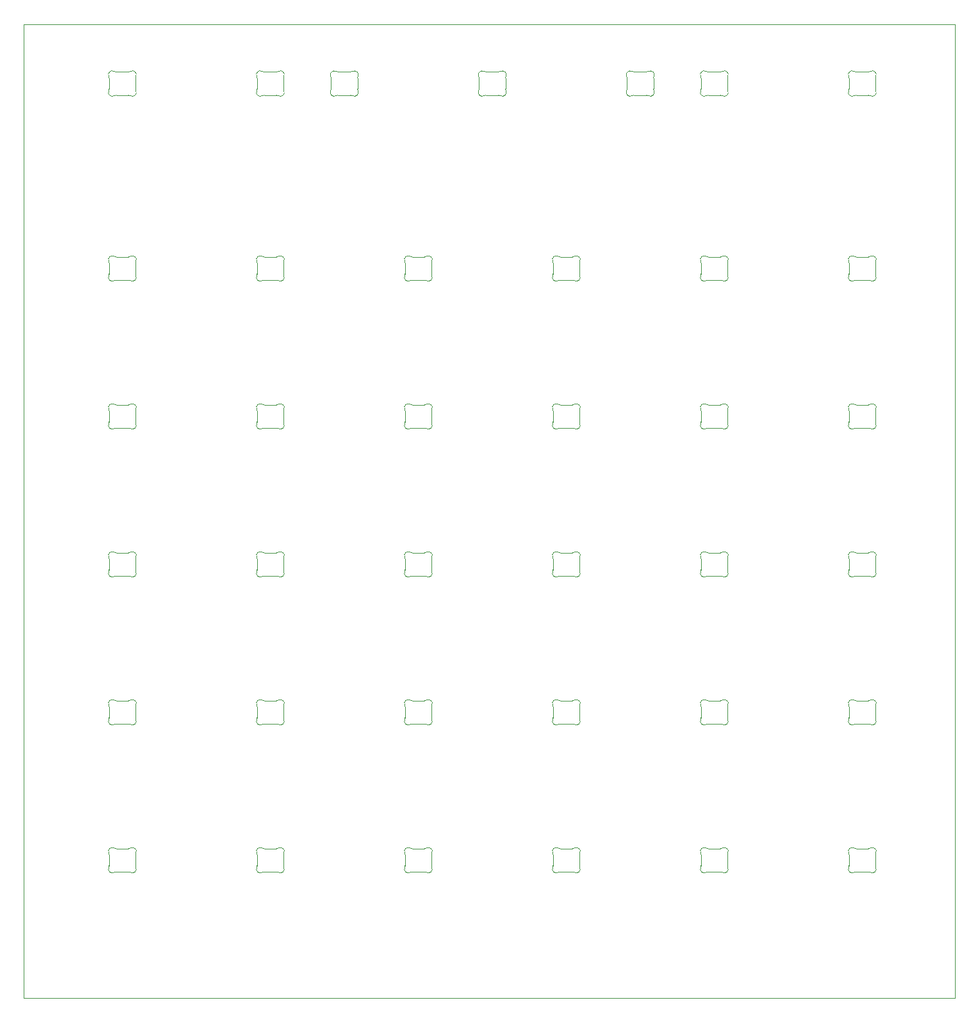
<source format=gm1>
%TF.GenerationSoftware,KiCad,Pcbnew,7.0.7*%
%TF.CreationDate,2023-11-21T20:39:45+01:00*%
%TF.ProjectId,tekskey-v2-molten,74656b73-6b65-4792-9d76-322d6d6f6c74,rev?*%
%TF.SameCoordinates,Original*%
%TF.FileFunction,Profile,NP*%
%FSLAX46Y46*%
G04 Gerber Fmt 4.6, Leading zero omitted, Abs format (unit mm)*
G04 Created by KiCad (PCBNEW 7.0.7) date 2023-11-21 20:39:45*
%MOMM*%
%LPD*%
G01*
G04 APERTURE LIST*
%TA.AperFunction,Profile*%
%ADD10C,0.100000*%
%TD*%
G04 APERTURE END LIST*
D10*
X28575000Y-44450000D02*
X148431250Y-44450000D01*
X148431250Y-169862500D01*
X28575000Y-169862500D01*
X28575000Y-44450000D01*
X62024999Y-152785343D02*
X62024999Y-151379659D01*
X61119452Y-150582501D02*
X59530548Y-150582501D01*
X59530548Y-153582500D02*
X61119453Y-153582500D01*
X58625001Y-151379659D02*
X58625001Y-152785343D01*
X62025000Y-152785344D02*
G75*
G03*
X62074485Y-153002221I499989J-1D01*
G01*
X61371711Y-153650799D02*
G75*
G03*
X62074483Y-153002221I252258J431700D01*
G01*
X62074484Y-151162781D02*
G75*
G03*
X62024999Y-151379659I450505J-216876D01*
G01*
X62074483Y-151162782D02*
G75*
G03*
X61371711Y-150514202I-450513J216880D01*
G01*
X61119452Y-150582501D02*
G75*
G03*
X61371711Y-150514202I-2J500009D01*
G01*
X61371711Y-153650799D02*
G75*
G03*
X61119453Y-153582500I-252261J-431710D01*
G01*
X59278290Y-150514203D02*
G75*
G03*
X59530548Y-150582501I252260J431713D01*
G01*
X59530547Y-153582501D02*
G75*
G03*
X59278289Y-153650800I3J-500009D01*
G01*
X58575516Y-153002221D02*
G75*
G03*
X59278289Y-153650800I450514J-216879D01*
G01*
X58575514Y-153002220D02*
G75*
G03*
X58625001Y-152785343I-450504J216880D01*
G01*
X59278289Y-150514204D02*
G75*
G03*
X58575516Y-151162781I-252258J-431700D01*
G01*
X58625014Y-151379658D02*
G75*
G03*
X58575515Y-151162781I-499614J58D01*
G01*
X109649999Y-52772841D02*
X109649999Y-51367157D01*
X108744452Y-50570000D02*
X107155547Y-50570000D01*
X107155548Y-53569999D02*
X108744452Y-53569999D01*
X106250001Y-51367157D02*
X106250001Y-52772841D01*
X109650000Y-52772842D02*
G75*
G03*
X109699485Y-52989719I499989J-1D01*
G01*
X108996711Y-53638296D02*
G75*
G03*
X109699484Y-52989719I252258J431700D01*
G01*
X109699484Y-51150279D02*
G75*
G03*
X109649999Y-51367157I450505J-216876D01*
G01*
X109699483Y-51150279D02*
G75*
G03*
X108996711Y-50501701I-450514J216878D01*
G01*
X108744453Y-50569999D02*
G75*
G03*
X108996711Y-50501700I-3J500009D01*
G01*
X108996710Y-53638298D02*
G75*
G03*
X108744452Y-53569999I-252261J-431710D01*
G01*
X106903289Y-50501701D02*
G75*
G03*
X107155547Y-50570000I252261J431711D01*
G01*
X107155548Y-53570000D02*
G75*
G03*
X106903289Y-53638299I2J-500010D01*
G01*
X106200519Y-52989720D02*
G75*
G03*
X106903289Y-53638297I450511J-216880D01*
G01*
X106200514Y-52989718D02*
G75*
G03*
X106250001Y-52772841I-450584J216898D01*
G01*
X106903289Y-50501702D02*
G75*
G03*
X106200516Y-51150279I-252258J-431700D01*
G01*
X106250001Y-51367156D02*
G75*
G03*
X106200515Y-51150279I-499301J156D01*
G01*
X119174999Y-95635341D02*
X119174999Y-94229657D01*
X118269452Y-93432500D02*
X116680547Y-93432500D01*
X116680548Y-96432499D02*
X118269452Y-96432499D01*
X115775001Y-94229657D02*
X115775001Y-95635341D01*
X119175000Y-95635342D02*
G75*
G03*
X119224485Y-95852219I499989J-1D01*
G01*
X118521711Y-96500796D02*
G75*
G03*
X119224484Y-95852219I252258J431700D01*
G01*
X119224484Y-94012779D02*
G75*
G03*
X119174999Y-94229657I450505J-216876D01*
G01*
X119224483Y-94012779D02*
G75*
G03*
X118521711Y-93364201I-450514J216878D01*
G01*
X118269453Y-93432499D02*
G75*
G03*
X118521711Y-93364200I-3J500009D01*
G01*
X118521710Y-96500798D02*
G75*
G03*
X118269452Y-96432499I-252261J-431710D01*
G01*
X116428289Y-93364201D02*
G75*
G03*
X116680547Y-93432500I252261J431711D01*
G01*
X116680548Y-96432500D02*
G75*
G03*
X116428289Y-96500799I2J-500010D01*
G01*
X115725519Y-95852220D02*
G75*
G03*
X116428289Y-96500797I450511J-216880D01*
G01*
X115725514Y-95852218D02*
G75*
G03*
X115775001Y-95635341I-450584J216898D01*
G01*
X116428289Y-93364202D02*
G75*
G03*
X115725516Y-94012779I-252258J-431700D01*
G01*
X115775001Y-94229656D02*
G75*
G03*
X115725515Y-94012779I-499301J156D01*
G01*
X81074999Y-76585343D02*
X81074999Y-75179659D01*
X80169452Y-74382501D02*
X78580548Y-74382501D01*
X78580548Y-77382500D02*
X80169453Y-77382500D01*
X77675001Y-75179659D02*
X77675001Y-76585343D01*
X81075000Y-76585344D02*
G75*
G03*
X81124485Y-76802221I499989J-1D01*
G01*
X80421711Y-77450799D02*
G75*
G03*
X81124483Y-76802221I252258J431700D01*
G01*
X81124484Y-74962781D02*
G75*
G03*
X81074999Y-75179659I450505J-216876D01*
G01*
X81124483Y-74962782D02*
G75*
G03*
X80421711Y-74314202I-450513J216880D01*
G01*
X80169452Y-74382501D02*
G75*
G03*
X80421711Y-74314202I-2J500009D01*
G01*
X80421711Y-77450799D02*
G75*
G03*
X80169453Y-77382500I-252261J-431710D01*
G01*
X78328290Y-74314203D02*
G75*
G03*
X78580548Y-74382501I252260J431713D01*
G01*
X78580547Y-77382501D02*
G75*
G03*
X78328289Y-77450800I3J-500009D01*
G01*
X77625516Y-76802221D02*
G75*
G03*
X78328289Y-77450800I450514J-216879D01*
G01*
X77625514Y-76802220D02*
G75*
G03*
X77675001Y-76585343I-450504J216880D01*
G01*
X78328289Y-74314204D02*
G75*
G03*
X77625516Y-74962781I-252258J-431700D01*
G01*
X77675014Y-75179658D02*
G75*
G03*
X77625515Y-74962781I-499614J58D01*
G01*
X100124999Y-133735341D02*
X100124999Y-132329657D01*
X99219452Y-131532500D02*
X97630547Y-131532500D01*
X97630548Y-134532499D02*
X99219452Y-134532499D01*
X96725001Y-132329657D02*
X96725001Y-133735341D01*
X100125000Y-133735342D02*
G75*
G03*
X100174485Y-133952219I499989J-1D01*
G01*
X99471711Y-134600796D02*
G75*
G03*
X100174484Y-133952219I252258J431700D01*
G01*
X100174484Y-132112779D02*
G75*
G03*
X100124999Y-132329657I450505J-216876D01*
G01*
X100174483Y-132112779D02*
G75*
G03*
X99471711Y-131464201I-450514J216878D01*
G01*
X99219453Y-131532499D02*
G75*
G03*
X99471711Y-131464200I-3J500009D01*
G01*
X99471710Y-134600798D02*
G75*
G03*
X99219452Y-134532499I-252261J-431710D01*
G01*
X97378289Y-131464201D02*
G75*
G03*
X97630547Y-131532500I252261J431711D01*
G01*
X97630548Y-134532500D02*
G75*
G03*
X97378289Y-134600799I2J-500010D01*
G01*
X96675519Y-133952220D02*
G75*
G03*
X97378289Y-134600797I450511J-216880D01*
G01*
X96675514Y-133952218D02*
G75*
G03*
X96725001Y-133735341I-450584J216898D01*
G01*
X97378289Y-131464202D02*
G75*
G03*
X96675516Y-132112779I-252258J-431700D01*
G01*
X96725001Y-132329656D02*
G75*
G03*
X96675515Y-132112779I-499301J156D01*
G01*
X138224999Y-133735341D02*
X138224999Y-132329657D01*
X137319452Y-131532500D02*
X135730547Y-131532500D01*
X135730548Y-134532499D02*
X137319452Y-134532499D01*
X134825001Y-132329657D02*
X134825001Y-133735341D01*
X138225000Y-133735342D02*
G75*
G03*
X138274485Y-133952219I499989J-1D01*
G01*
X137571711Y-134600796D02*
G75*
G03*
X138274484Y-133952219I252258J431700D01*
G01*
X138274484Y-132112779D02*
G75*
G03*
X138224999Y-132329657I450505J-216876D01*
G01*
X138274483Y-132112779D02*
G75*
G03*
X137571711Y-131464201I-450514J216878D01*
G01*
X137319453Y-131532499D02*
G75*
G03*
X137571711Y-131464200I-3J500009D01*
G01*
X137571710Y-134600798D02*
G75*
G03*
X137319452Y-134532499I-252261J-431710D01*
G01*
X135478289Y-131464201D02*
G75*
G03*
X135730547Y-131532500I252261J431711D01*
G01*
X135730548Y-134532500D02*
G75*
G03*
X135478289Y-134600799I2J-500010D01*
G01*
X134775519Y-133952220D02*
G75*
G03*
X135478289Y-134600797I450511J-216880D01*
G01*
X134775514Y-133952218D02*
G75*
G03*
X134825001Y-133735341I-450584J216898D01*
G01*
X135478289Y-131464202D02*
G75*
G03*
X134775516Y-132112779I-252258J-431700D01*
G01*
X134825001Y-132329656D02*
G75*
G03*
X134775515Y-132112779I-499301J156D01*
G01*
X138224999Y-152785343D02*
X138224999Y-151379659D01*
X137319452Y-150582501D02*
X135730548Y-150582501D01*
X135730548Y-153582500D02*
X137319453Y-153582500D01*
X134825001Y-151379659D02*
X134825001Y-152785343D01*
X138225000Y-152785344D02*
G75*
G03*
X138274485Y-153002221I499989J-1D01*
G01*
X137571711Y-153650799D02*
G75*
G03*
X138274483Y-153002221I252258J431700D01*
G01*
X138274484Y-151162781D02*
G75*
G03*
X138224999Y-151379659I450505J-216876D01*
G01*
X138274483Y-151162782D02*
G75*
G03*
X137571711Y-150514202I-450513J216880D01*
G01*
X137319452Y-150582501D02*
G75*
G03*
X137571711Y-150514202I-2J500009D01*
G01*
X137571711Y-153650799D02*
G75*
G03*
X137319453Y-153582500I-252261J-431710D01*
G01*
X135478290Y-150514203D02*
G75*
G03*
X135730548Y-150582501I252260J431713D01*
G01*
X135730547Y-153582501D02*
G75*
G03*
X135478289Y-153650800I3J-500009D01*
G01*
X134775516Y-153002221D02*
G75*
G03*
X135478289Y-153650800I450514J-216879D01*
G01*
X134775514Y-153002220D02*
G75*
G03*
X134825001Y-152785343I-450504J216880D01*
G01*
X135478289Y-150514204D02*
G75*
G03*
X134775516Y-151162781I-252258J-431700D01*
G01*
X134825014Y-151379658D02*
G75*
G03*
X134775515Y-151162781I-499614J58D01*
G01*
X100124999Y-152785343D02*
X100124999Y-151379659D01*
X99219452Y-150582501D02*
X97630548Y-150582501D01*
X97630548Y-153582500D02*
X99219453Y-153582500D01*
X96725001Y-151379659D02*
X96725001Y-152785343D01*
X100125000Y-152785344D02*
G75*
G03*
X100174485Y-153002221I499989J-1D01*
G01*
X99471711Y-153650799D02*
G75*
G03*
X100174483Y-153002221I252258J431700D01*
G01*
X100174484Y-151162781D02*
G75*
G03*
X100124999Y-151379659I450505J-216876D01*
G01*
X100174483Y-151162782D02*
G75*
G03*
X99471711Y-150514202I-450513J216880D01*
G01*
X99219452Y-150582501D02*
G75*
G03*
X99471711Y-150514202I-2J500009D01*
G01*
X99471711Y-153650799D02*
G75*
G03*
X99219453Y-153582500I-252261J-431710D01*
G01*
X97378290Y-150514203D02*
G75*
G03*
X97630548Y-150582501I252260J431713D01*
G01*
X97630547Y-153582501D02*
G75*
G03*
X97378289Y-153650800I3J-500009D01*
G01*
X96675516Y-153002221D02*
G75*
G03*
X97378289Y-153650800I450514J-216879D01*
G01*
X96675514Y-153002220D02*
G75*
G03*
X96725001Y-152785343I-450504J216880D01*
G01*
X97378289Y-150514204D02*
G75*
G03*
X96675516Y-151162781I-252258J-431700D01*
G01*
X96725014Y-151379658D02*
G75*
G03*
X96675515Y-151162781I-499614J58D01*
G01*
X138224999Y-76585343D02*
X138224999Y-75179659D01*
X137319452Y-74382501D02*
X135730548Y-74382501D01*
X135730548Y-77382500D02*
X137319453Y-77382500D01*
X134825001Y-75179659D02*
X134825001Y-76585343D01*
X138225000Y-76585344D02*
G75*
G03*
X138274485Y-76802221I499989J-1D01*
G01*
X137571711Y-77450799D02*
G75*
G03*
X138274483Y-76802221I252258J431700D01*
G01*
X138274484Y-74962781D02*
G75*
G03*
X138224999Y-75179659I450505J-216876D01*
G01*
X138274483Y-74962782D02*
G75*
G03*
X137571711Y-74314202I-450513J216880D01*
G01*
X137319452Y-74382501D02*
G75*
G03*
X137571711Y-74314202I-2J500009D01*
G01*
X137571711Y-77450799D02*
G75*
G03*
X137319453Y-77382500I-252261J-431710D01*
G01*
X135478290Y-74314203D02*
G75*
G03*
X135730548Y-74382501I252260J431713D01*
G01*
X135730547Y-77382501D02*
G75*
G03*
X135478289Y-77450800I3J-500009D01*
G01*
X134775516Y-76802221D02*
G75*
G03*
X135478289Y-77450800I450514J-216879D01*
G01*
X134775514Y-76802220D02*
G75*
G03*
X134825001Y-76585343I-450504J216880D01*
G01*
X135478289Y-74314204D02*
G75*
G03*
X134775516Y-74962781I-252258J-431700D01*
G01*
X134825014Y-75179658D02*
G75*
G03*
X134775515Y-74962781I-499614J58D01*
G01*
X81074999Y-152785343D02*
X81074999Y-151379659D01*
X80169452Y-150582501D02*
X78580548Y-150582501D01*
X78580548Y-153582500D02*
X80169453Y-153582500D01*
X77675001Y-151379659D02*
X77675001Y-152785343D01*
X81075000Y-152785344D02*
G75*
G03*
X81124485Y-153002221I499989J-1D01*
G01*
X80421711Y-153650799D02*
G75*
G03*
X81124483Y-153002221I252258J431700D01*
G01*
X81124484Y-151162781D02*
G75*
G03*
X81074999Y-151379659I450505J-216876D01*
G01*
X81124483Y-151162782D02*
G75*
G03*
X80421711Y-150514202I-450513J216880D01*
G01*
X80169452Y-150582501D02*
G75*
G03*
X80421711Y-150514202I-2J500009D01*
G01*
X80421711Y-153650799D02*
G75*
G03*
X80169453Y-153582500I-252261J-431710D01*
G01*
X78328290Y-150514203D02*
G75*
G03*
X78580548Y-150582501I252260J431713D01*
G01*
X78580547Y-153582501D02*
G75*
G03*
X78328289Y-153650800I3J-500009D01*
G01*
X77625516Y-153002221D02*
G75*
G03*
X78328289Y-153650800I450514J-216879D01*
G01*
X77625514Y-153002220D02*
G75*
G03*
X77675001Y-152785343I-450504J216880D01*
G01*
X78328289Y-150514204D02*
G75*
G03*
X77625516Y-151162781I-252258J-431700D01*
G01*
X77675014Y-151379658D02*
G75*
G03*
X77625515Y-151162781I-499614J58D01*
G01*
X71549999Y-52772841D02*
X71549999Y-51367157D01*
X70644452Y-50570000D02*
X69055547Y-50570000D01*
X69055548Y-53569999D02*
X70644452Y-53569999D01*
X68150001Y-51367157D02*
X68150001Y-52772841D01*
X71550000Y-52772842D02*
G75*
G03*
X71599485Y-52989719I499989J-1D01*
G01*
X70896711Y-53638296D02*
G75*
G03*
X71599484Y-52989719I252258J431700D01*
G01*
X71599484Y-51150279D02*
G75*
G03*
X71549999Y-51367157I450505J-216876D01*
G01*
X71599483Y-51150279D02*
G75*
G03*
X70896711Y-50501701I-450514J216878D01*
G01*
X70644453Y-50569999D02*
G75*
G03*
X70896711Y-50501700I-3J500009D01*
G01*
X70896710Y-53638298D02*
G75*
G03*
X70644452Y-53569999I-252261J-431710D01*
G01*
X68803289Y-50501701D02*
G75*
G03*
X69055547Y-50570000I252261J431711D01*
G01*
X69055548Y-53570000D02*
G75*
G03*
X68803289Y-53638299I2J-500010D01*
G01*
X68100519Y-52989720D02*
G75*
G03*
X68803289Y-53638297I450511J-216880D01*
G01*
X68100514Y-52989718D02*
G75*
G03*
X68150001Y-52772841I-450584J216898D01*
G01*
X68803289Y-50501702D02*
G75*
G03*
X68100516Y-51150279I-252258J-431700D01*
G01*
X68150001Y-51367156D02*
G75*
G03*
X68100515Y-51150279I-499301J156D01*
G01*
X138224999Y-52772841D02*
X138224999Y-51367157D01*
X137319452Y-50570000D02*
X135730547Y-50570000D01*
X135730548Y-53569999D02*
X137319452Y-53569999D01*
X134825001Y-51367157D02*
X134825001Y-52772841D01*
X138225000Y-52772842D02*
G75*
G03*
X138274485Y-52989719I499989J-1D01*
G01*
X137571711Y-53638296D02*
G75*
G03*
X138274484Y-52989719I252258J431700D01*
G01*
X138274484Y-51150279D02*
G75*
G03*
X138224999Y-51367157I450505J-216876D01*
G01*
X138274483Y-51150279D02*
G75*
G03*
X137571711Y-50501701I-450514J216878D01*
G01*
X137319453Y-50569999D02*
G75*
G03*
X137571711Y-50501700I-3J500009D01*
G01*
X137571710Y-53638298D02*
G75*
G03*
X137319452Y-53569999I-252261J-431710D01*
G01*
X135478289Y-50501701D02*
G75*
G03*
X135730547Y-50570000I252261J431711D01*
G01*
X135730548Y-53570000D02*
G75*
G03*
X135478289Y-53638299I2J-500010D01*
G01*
X134775519Y-52989720D02*
G75*
G03*
X135478289Y-53638297I450511J-216880D01*
G01*
X134775514Y-52989718D02*
G75*
G03*
X134825001Y-52772841I-450584J216898D01*
G01*
X135478289Y-50501702D02*
G75*
G03*
X134775516Y-51150279I-252258J-431700D01*
G01*
X134825001Y-51367156D02*
G75*
G03*
X134775515Y-51150279I-499301J156D01*
G01*
X100124999Y-114685343D02*
X100124999Y-113279659D01*
X99219452Y-112482501D02*
X97630548Y-112482501D01*
X97630548Y-115482500D02*
X99219453Y-115482500D01*
X96725001Y-113279659D02*
X96725001Y-114685343D01*
X100125000Y-114685344D02*
G75*
G03*
X100174485Y-114902221I499989J-1D01*
G01*
X99471711Y-115550799D02*
G75*
G03*
X100174483Y-114902221I252258J431700D01*
G01*
X100174484Y-113062781D02*
G75*
G03*
X100124999Y-113279659I450505J-216876D01*
G01*
X100174483Y-113062782D02*
G75*
G03*
X99471711Y-112414202I-450513J216880D01*
G01*
X99219452Y-112482501D02*
G75*
G03*
X99471711Y-112414202I-2J500009D01*
G01*
X99471711Y-115550799D02*
G75*
G03*
X99219453Y-115482500I-252261J-431710D01*
G01*
X97378290Y-112414203D02*
G75*
G03*
X97630548Y-112482501I252260J431713D01*
G01*
X97630547Y-115482501D02*
G75*
G03*
X97378289Y-115550800I3J-500009D01*
G01*
X96675516Y-114902221D02*
G75*
G03*
X97378289Y-115550800I450514J-216879D01*
G01*
X96675514Y-114902220D02*
G75*
G03*
X96725001Y-114685343I-450504J216880D01*
G01*
X97378289Y-112414204D02*
G75*
G03*
X96675516Y-113062781I-252258J-431700D01*
G01*
X96725014Y-113279658D02*
G75*
G03*
X96675515Y-113062781I-499614J58D01*
G01*
X100124999Y-95635341D02*
X100124999Y-94229657D01*
X99219452Y-93432500D02*
X97630547Y-93432500D01*
X97630548Y-96432499D02*
X99219452Y-96432499D01*
X96725001Y-94229657D02*
X96725001Y-95635341D01*
X100125000Y-95635342D02*
G75*
G03*
X100174485Y-95852219I499989J-1D01*
G01*
X99471711Y-96500796D02*
G75*
G03*
X100174484Y-95852219I252258J431700D01*
G01*
X100174484Y-94012779D02*
G75*
G03*
X100124999Y-94229657I450505J-216876D01*
G01*
X100174483Y-94012779D02*
G75*
G03*
X99471711Y-93364201I-450514J216878D01*
G01*
X99219453Y-93432499D02*
G75*
G03*
X99471711Y-93364200I-3J500009D01*
G01*
X99471710Y-96500798D02*
G75*
G03*
X99219452Y-96432499I-252261J-431710D01*
G01*
X97378289Y-93364201D02*
G75*
G03*
X97630547Y-93432500I252261J431711D01*
G01*
X97630548Y-96432500D02*
G75*
G03*
X97378289Y-96500799I2J-500010D01*
G01*
X96675519Y-95852220D02*
G75*
G03*
X97378289Y-96500797I450511J-216880D01*
G01*
X96675514Y-95852218D02*
G75*
G03*
X96725001Y-95635341I-450584J216898D01*
G01*
X97378289Y-93364202D02*
G75*
G03*
X96675516Y-94012779I-252258J-431700D01*
G01*
X96725001Y-94229656D02*
G75*
G03*
X96675515Y-94012779I-499301J156D01*
G01*
X81074999Y-133735341D02*
X81074999Y-132329657D01*
X80169452Y-131532500D02*
X78580547Y-131532500D01*
X78580548Y-134532499D02*
X80169452Y-134532499D01*
X77675001Y-132329657D02*
X77675001Y-133735341D01*
X81075000Y-133735342D02*
G75*
G03*
X81124485Y-133952219I499989J-1D01*
G01*
X80421711Y-134600796D02*
G75*
G03*
X81124484Y-133952219I252258J431700D01*
G01*
X81124484Y-132112779D02*
G75*
G03*
X81074999Y-132329657I450505J-216876D01*
G01*
X81124483Y-132112779D02*
G75*
G03*
X80421711Y-131464201I-450514J216878D01*
G01*
X80169453Y-131532499D02*
G75*
G03*
X80421711Y-131464200I-3J500009D01*
G01*
X80421710Y-134600798D02*
G75*
G03*
X80169452Y-134532499I-252261J-431710D01*
G01*
X78328289Y-131464201D02*
G75*
G03*
X78580547Y-131532500I252261J431711D01*
G01*
X78580548Y-134532500D02*
G75*
G03*
X78328289Y-134600799I2J-500010D01*
G01*
X77625519Y-133952220D02*
G75*
G03*
X78328289Y-134600797I450511J-216880D01*
G01*
X77625514Y-133952218D02*
G75*
G03*
X77675001Y-133735341I-450584J216898D01*
G01*
X78328289Y-131464202D02*
G75*
G03*
X77625516Y-132112779I-252258J-431700D01*
G01*
X77675001Y-132329656D02*
G75*
G03*
X77625515Y-132112779I-499301J156D01*
G01*
X42974999Y-76585343D02*
X42974999Y-75179659D01*
X42069452Y-74382501D02*
X40480548Y-74382501D01*
X40480548Y-77382500D02*
X42069453Y-77382500D01*
X39575001Y-75179659D02*
X39575001Y-76585343D01*
X42975000Y-76585344D02*
G75*
G03*
X43024485Y-76802221I499989J-1D01*
G01*
X42321711Y-77450799D02*
G75*
G03*
X43024483Y-76802221I252258J431700D01*
G01*
X43024484Y-74962781D02*
G75*
G03*
X42974999Y-75179659I450505J-216876D01*
G01*
X43024483Y-74962782D02*
G75*
G03*
X42321711Y-74314202I-450513J216880D01*
G01*
X42069452Y-74382501D02*
G75*
G03*
X42321711Y-74314202I-2J500009D01*
G01*
X42321711Y-77450799D02*
G75*
G03*
X42069453Y-77382500I-252261J-431710D01*
G01*
X40228290Y-74314203D02*
G75*
G03*
X40480548Y-74382501I252260J431713D01*
G01*
X40480547Y-77382501D02*
G75*
G03*
X40228289Y-77450800I3J-500009D01*
G01*
X39525516Y-76802221D02*
G75*
G03*
X40228289Y-77450800I450514J-216879D01*
G01*
X39525514Y-76802220D02*
G75*
G03*
X39575001Y-76585343I-450504J216880D01*
G01*
X40228289Y-74314204D02*
G75*
G03*
X39525516Y-74962781I-252258J-431700D01*
G01*
X39575014Y-75179658D02*
G75*
G03*
X39525515Y-74962781I-499614J58D01*
G01*
X81074999Y-95635341D02*
X81074999Y-94229657D01*
X80169452Y-93432500D02*
X78580547Y-93432500D01*
X78580548Y-96432499D02*
X80169452Y-96432499D01*
X77675001Y-94229657D02*
X77675001Y-95635341D01*
X81075000Y-95635342D02*
G75*
G03*
X81124485Y-95852219I499989J-1D01*
G01*
X80421711Y-96500796D02*
G75*
G03*
X81124484Y-95852219I252258J431700D01*
G01*
X81124484Y-94012779D02*
G75*
G03*
X81074999Y-94229657I450505J-216876D01*
G01*
X81124483Y-94012779D02*
G75*
G03*
X80421711Y-93364201I-450514J216878D01*
G01*
X80169453Y-93432499D02*
G75*
G03*
X80421711Y-93364200I-3J500009D01*
G01*
X80421710Y-96500798D02*
G75*
G03*
X80169452Y-96432499I-252261J-431710D01*
G01*
X78328289Y-93364201D02*
G75*
G03*
X78580547Y-93432500I252261J431711D01*
G01*
X78580548Y-96432500D02*
G75*
G03*
X78328289Y-96500799I2J-500010D01*
G01*
X77625519Y-95852220D02*
G75*
G03*
X78328289Y-96500797I450511J-216880D01*
G01*
X77625514Y-95852218D02*
G75*
G03*
X77675001Y-95635341I-450584J216898D01*
G01*
X78328289Y-93364202D02*
G75*
G03*
X77625516Y-94012779I-252258J-431700D01*
G01*
X77675001Y-94229656D02*
G75*
G03*
X77625515Y-94012779I-499301J156D01*
G01*
X100124999Y-76585343D02*
X100124999Y-75179659D01*
X99219452Y-74382501D02*
X97630548Y-74382501D01*
X97630548Y-77382500D02*
X99219453Y-77382500D01*
X96725001Y-75179659D02*
X96725001Y-76585343D01*
X100125000Y-76585344D02*
G75*
G03*
X100174485Y-76802221I499989J-1D01*
G01*
X99471711Y-77450799D02*
G75*
G03*
X100174483Y-76802221I252258J431700D01*
G01*
X100174484Y-74962781D02*
G75*
G03*
X100124999Y-75179659I450505J-216876D01*
G01*
X100174483Y-74962782D02*
G75*
G03*
X99471711Y-74314202I-450513J216880D01*
G01*
X99219452Y-74382501D02*
G75*
G03*
X99471711Y-74314202I-2J500009D01*
G01*
X99471711Y-77450799D02*
G75*
G03*
X99219453Y-77382500I-252261J-431710D01*
G01*
X97378290Y-74314203D02*
G75*
G03*
X97630548Y-74382501I252260J431713D01*
G01*
X97630547Y-77382501D02*
G75*
G03*
X97378289Y-77450800I3J-500009D01*
G01*
X96675516Y-76802221D02*
G75*
G03*
X97378289Y-77450800I450514J-216879D01*
G01*
X96675514Y-76802220D02*
G75*
G03*
X96725001Y-76585343I-450504J216880D01*
G01*
X97378289Y-74314204D02*
G75*
G03*
X96675516Y-74962781I-252258J-431700D01*
G01*
X96725014Y-75179658D02*
G75*
G03*
X96675515Y-74962781I-499614J58D01*
G01*
X42974999Y-114685343D02*
X42974999Y-113279659D01*
X42069452Y-112482501D02*
X40480548Y-112482501D01*
X40480548Y-115482500D02*
X42069453Y-115482500D01*
X39575001Y-113279659D02*
X39575001Y-114685343D01*
X42975000Y-114685344D02*
G75*
G03*
X43024485Y-114902221I499989J-1D01*
G01*
X42321711Y-115550799D02*
G75*
G03*
X43024483Y-114902221I252258J431700D01*
G01*
X43024484Y-113062781D02*
G75*
G03*
X42974999Y-113279659I450505J-216876D01*
G01*
X43024483Y-113062782D02*
G75*
G03*
X42321711Y-112414202I-450513J216880D01*
G01*
X42069452Y-112482501D02*
G75*
G03*
X42321711Y-112414202I-2J500009D01*
G01*
X42321711Y-115550799D02*
G75*
G03*
X42069453Y-115482500I-252261J-431710D01*
G01*
X40228290Y-112414203D02*
G75*
G03*
X40480548Y-112482501I252260J431713D01*
G01*
X40480547Y-115482501D02*
G75*
G03*
X40228289Y-115550800I3J-500009D01*
G01*
X39525516Y-114902221D02*
G75*
G03*
X40228289Y-115550800I450514J-216879D01*
G01*
X39525514Y-114902220D02*
G75*
G03*
X39575001Y-114685343I-450504J216880D01*
G01*
X40228289Y-112414204D02*
G75*
G03*
X39525516Y-113062781I-252258J-431700D01*
G01*
X39575014Y-113279658D02*
G75*
G03*
X39525515Y-113062781I-499614J58D01*
G01*
X42974999Y-133735341D02*
X42974999Y-132329657D01*
X42069452Y-131532500D02*
X40480547Y-131532500D01*
X40480548Y-134532499D02*
X42069452Y-134532499D01*
X39575001Y-132329657D02*
X39575001Y-133735341D01*
X42975000Y-133735342D02*
G75*
G03*
X43024485Y-133952219I499989J-1D01*
G01*
X42321711Y-134600796D02*
G75*
G03*
X43024484Y-133952219I252258J431700D01*
G01*
X43024484Y-132112779D02*
G75*
G03*
X42974999Y-132329657I450505J-216876D01*
G01*
X43024483Y-132112779D02*
G75*
G03*
X42321711Y-131464201I-450514J216878D01*
G01*
X42069453Y-131532499D02*
G75*
G03*
X42321711Y-131464200I-3J500009D01*
G01*
X42321710Y-134600798D02*
G75*
G03*
X42069452Y-134532499I-252261J-431710D01*
G01*
X40228289Y-131464201D02*
G75*
G03*
X40480547Y-131532500I252261J431711D01*
G01*
X40480548Y-134532500D02*
G75*
G03*
X40228289Y-134600799I2J-500010D01*
G01*
X39525519Y-133952220D02*
G75*
G03*
X40228289Y-134600797I450511J-216880D01*
G01*
X39525514Y-133952218D02*
G75*
G03*
X39575001Y-133735341I-450584J216898D01*
G01*
X40228289Y-131464202D02*
G75*
G03*
X39525516Y-132112779I-252258J-431700D01*
G01*
X39575001Y-132329656D02*
G75*
G03*
X39525515Y-132112779I-499301J156D01*
G01*
X81074999Y-114685343D02*
X81074999Y-113279659D01*
X80169452Y-112482501D02*
X78580548Y-112482501D01*
X78580548Y-115482500D02*
X80169453Y-115482500D01*
X77675001Y-113279659D02*
X77675001Y-114685343D01*
X81075000Y-114685344D02*
G75*
G03*
X81124485Y-114902221I499989J-1D01*
G01*
X80421711Y-115550799D02*
G75*
G03*
X81124483Y-114902221I252258J431700D01*
G01*
X81124484Y-113062781D02*
G75*
G03*
X81074999Y-113279659I450505J-216876D01*
G01*
X81124483Y-113062782D02*
G75*
G03*
X80421711Y-112414202I-450513J216880D01*
G01*
X80169452Y-112482501D02*
G75*
G03*
X80421711Y-112414202I-2J500009D01*
G01*
X80421711Y-115550799D02*
G75*
G03*
X80169453Y-115482500I-252261J-431710D01*
G01*
X78328290Y-112414203D02*
G75*
G03*
X78580548Y-112482501I252260J431713D01*
G01*
X78580547Y-115482501D02*
G75*
G03*
X78328289Y-115550800I3J-500009D01*
G01*
X77625516Y-114902221D02*
G75*
G03*
X78328289Y-115550800I450514J-216879D01*
G01*
X77625514Y-114902220D02*
G75*
G03*
X77675001Y-114685343I-450504J216880D01*
G01*
X78328289Y-112414204D02*
G75*
G03*
X77625516Y-113062781I-252258J-431700D01*
G01*
X77675014Y-113279658D02*
G75*
G03*
X77625515Y-113062781I-499614J58D01*
G01*
X119174999Y-52772841D02*
X119174999Y-51367157D01*
X118269452Y-50570000D02*
X116680547Y-50570000D01*
X116680548Y-53569999D02*
X118269452Y-53569999D01*
X115775001Y-51367157D02*
X115775001Y-52772841D01*
X119175000Y-52772842D02*
G75*
G03*
X119224485Y-52989719I499989J-1D01*
G01*
X118521711Y-53638296D02*
G75*
G03*
X119224484Y-52989719I252258J431700D01*
G01*
X119224484Y-51150279D02*
G75*
G03*
X119174999Y-51367157I450505J-216876D01*
G01*
X119224483Y-51150279D02*
G75*
G03*
X118521711Y-50501701I-450514J216878D01*
G01*
X118269453Y-50569999D02*
G75*
G03*
X118521711Y-50501700I-3J500009D01*
G01*
X118521710Y-53638298D02*
G75*
G03*
X118269452Y-53569999I-252261J-431710D01*
G01*
X116428289Y-50501701D02*
G75*
G03*
X116680547Y-50570000I252261J431711D01*
G01*
X116680548Y-53570000D02*
G75*
G03*
X116428289Y-53638299I2J-500010D01*
G01*
X115725519Y-52989720D02*
G75*
G03*
X116428289Y-53638297I450511J-216880D01*
G01*
X115725514Y-52989718D02*
G75*
G03*
X115775001Y-52772841I-450584J216898D01*
G01*
X116428289Y-50501702D02*
G75*
G03*
X115725516Y-51150279I-252258J-431700D01*
G01*
X115775001Y-51367156D02*
G75*
G03*
X115725515Y-51150279I-499301J156D01*
G01*
X42974999Y-52772841D02*
X42974999Y-51367157D01*
X42069452Y-50570000D02*
X40480547Y-50570000D01*
X40480548Y-53569999D02*
X42069452Y-53569999D01*
X39575001Y-51367157D02*
X39575001Y-52772841D01*
X42975000Y-52772842D02*
G75*
G03*
X43024485Y-52989719I499989J-1D01*
G01*
X42321711Y-53638296D02*
G75*
G03*
X43024484Y-52989719I252258J431700D01*
G01*
X43024484Y-51150279D02*
G75*
G03*
X42974999Y-51367157I450505J-216876D01*
G01*
X43024483Y-51150279D02*
G75*
G03*
X42321711Y-50501701I-450514J216878D01*
G01*
X42069453Y-50569999D02*
G75*
G03*
X42321711Y-50501700I-3J500009D01*
G01*
X42321710Y-53638298D02*
G75*
G03*
X42069452Y-53569999I-252261J-431710D01*
G01*
X40228289Y-50501701D02*
G75*
G03*
X40480547Y-50570000I252261J431711D01*
G01*
X40480548Y-53570000D02*
G75*
G03*
X40228289Y-53638299I2J-500010D01*
G01*
X39525519Y-52989720D02*
G75*
G03*
X40228289Y-53638297I450511J-216880D01*
G01*
X39525514Y-52989718D02*
G75*
G03*
X39575001Y-52772841I-450584J216898D01*
G01*
X40228289Y-50501702D02*
G75*
G03*
X39525516Y-51150279I-252258J-431700D01*
G01*
X39575001Y-51367156D02*
G75*
G03*
X39525515Y-51150279I-499301J156D01*
G01*
X62024999Y-52772841D02*
X62024999Y-51367157D01*
X61119452Y-50570000D02*
X59530547Y-50570000D01*
X59530548Y-53569999D02*
X61119452Y-53569999D01*
X58625001Y-51367157D02*
X58625001Y-52772841D01*
X62025000Y-52772842D02*
G75*
G03*
X62074485Y-52989719I499989J-1D01*
G01*
X61371711Y-53638296D02*
G75*
G03*
X62074484Y-52989719I252258J431700D01*
G01*
X62074484Y-51150279D02*
G75*
G03*
X62024999Y-51367157I450505J-216876D01*
G01*
X62074483Y-51150279D02*
G75*
G03*
X61371711Y-50501701I-450514J216878D01*
G01*
X61119453Y-50569999D02*
G75*
G03*
X61371711Y-50501700I-3J500009D01*
G01*
X61371710Y-53638298D02*
G75*
G03*
X61119452Y-53569999I-252261J-431710D01*
G01*
X59278289Y-50501701D02*
G75*
G03*
X59530547Y-50570000I252261J431711D01*
G01*
X59530548Y-53570000D02*
G75*
G03*
X59278289Y-53638299I2J-500010D01*
G01*
X58575519Y-52989720D02*
G75*
G03*
X59278289Y-53638297I450511J-216880D01*
G01*
X58575514Y-52989718D02*
G75*
G03*
X58625001Y-52772841I-450584J216898D01*
G01*
X59278289Y-50501702D02*
G75*
G03*
X58575516Y-51150279I-252258J-431700D01*
G01*
X58625001Y-51367156D02*
G75*
G03*
X58575515Y-51150279I-499301J156D01*
G01*
X90599999Y-52772841D02*
X90599999Y-51367157D01*
X89694452Y-50570000D02*
X88105547Y-50570000D01*
X88105548Y-53569999D02*
X89694452Y-53569999D01*
X87200001Y-51367157D02*
X87200001Y-52772841D01*
X90600000Y-52772842D02*
G75*
G03*
X90649485Y-52989719I499989J-1D01*
G01*
X89946711Y-53638296D02*
G75*
G03*
X90649484Y-52989719I252258J431700D01*
G01*
X90649484Y-51150279D02*
G75*
G03*
X90599999Y-51367157I450505J-216876D01*
G01*
X90649483Y-51150279D02*
G75*
G03*
X89946711Y-50501701I-450514J216878D01*
G01*
X89694453Y-50569999D02*
G75*
G03*
X89946711Y-50501700I-3J500009D01*
G01*
X89946710Y-53638298D02*
G75*
G03*
X89694452Y-53569999I-252261J-431710D01*
G01*
X87853289Y-50501701D02*
G75*
G03*
X88105547Y-50570000I252261J431711D01*
G01*
X88105548Y-53570000D02*
G75*
G03*
X87853289Y-53638299I2J-500010D01*
G01*
X87150519Y-52989720D02*
G75*
G03*
X87853289Y-53638297I450511J-216880D01*
G01*
X87150514Y-52989718D02*
G75*
G03*
X87200001Y-52772841I-450584J216898D01*
G01*
X87853289Y-50501702D02*
G75*
G03*
X87150516Y-51150279I-252258J-431700D01*
G01*
X87200001Y-51367156D02*
G75*
G03*
X87150515Y-51150279I-499301J156D01*
G01*
X62024999Y-76585343D02*
X62024999Y-75179659D01*
X61119452Y-74382501D02*
X59530548Y-74382501D01*
X59530548Y-77382500D02*
X61119453Y-77382500D01*
X58625001Y-75179659D02*
X58625001Y-76585343D01*
X62025000Y-76585344D02*
G75*
G03*
X62074485Y-76802221I499989J-1D01*
G01*
X61371711Y-77450799D02*
G75*
G03*
X62074483Y-76802221I252258J431700D01*
G01*
X62074484Y-74962781D02*
G75*
G03*
X62024999Y-75179659I450505J-216876D01*
G01*
X62074483Y-74962782D02*
G75*
G03*
X61371711Y-74314202I-450513J216880D01*
G01*
X61119452Y-74382501D02*
G75*
G03*
X61371711Y-74314202I-2J500009D01*
G01*
X61371711Y-77450799D02*
G75*
G03*
X61119453Y-77382500I-252261J-431710D01*
G01*
X59278290Y-74314203D02*
G75*
G03*
X59530548Y-74382501I252260J431713D01*
G01*
X59530547Y-77382501D02*
G75*
G03*
X59278289Y-77450800I3J-500009D01*
G01*
X58575516Y-76802221D02*
G75*
G03*
X59278289Y-77450800I450514J-216879D01*
G01*
X58575514Y-76802220D02*
G75*
G03*
X58625001Y-76585343I-450504J216880D01*
G01*
X59278289Y-74314204D02*
G75*
G03*
X58575516Y-74962781I-252258J-431700D01*
G01*
X58625014Y-75179658D02*
G75*
G03*
X58575515Y-74962781I-499614J58D01*
G01*
X119174999Y-76585343D02*
X119174999Y-75179659D01*
X118269452Y-74382501D02*
X116680548Y-74382501D01*
X116680548Y-77382500D02*
X118269453Y-77382500D01*
X115775001Y-75179659D02*
X115775001Y-76585343D01*
X119175000Y-76585344D02*
G75*
G03*
X119224485Y-76802221I499989J-1D01*
G01*
X118521711Y-77450799D02*
G75*
G03*
X119224483Y-76802221I252258J431700D01*
G01*
X119224484Y-74962781D02*
G75*
G03*
X119174999Y-75179659I450505J-216876D01*
G01*
X119224483Y-74962782D02*
G75*
G03*
X118521711Y-74314202I-450513J216880D01*
G01*
X118269452Y-74382501D02*
G75*
G03*
X118521711Y-74314202I-2J500009D01*
G01*
X118521711Y-77450799D02*
G75*
G03*
X118269453Y-77382500I-252261J-431710D01*
G01*
X116428290Y-74314203D02*
G75*
G03*
X116680548Y-74382501I252260J431713D01*
G01*
X116680547Y-77382501D02*
G75*
G03*
X116428289Y-77450800I3J-500009D01*
G01*
X115725516Y-76802221D02*
G75*
G03*
X116428289Y-77450800I450514J-216879D01*
G01*
X115725514Y-76802220D02*
G75*
G03*
X115775001Y-76585343I-450504J216880D01*
G01*
X116428289Y-74314204D02*
G75*
G03*
X115725516Y-74962781I-252258J-431700D01*
G01*
X115775014Y-75179658D02*
G75*
G03*
X115725515Y-74962781I-499614J58D01*
G01*
X119174999Y-152785343D02*
X119174999Y-151379659D01*
X118269452Y-150582501D02*
X116680548Y-150582501D01*
X116680548Y-153582500D02*
X118269453Y-153582500D01*
X115775001Y-151379659D02*
X115775001Y-152785343D01*
X119175000Y-152785344D02*
G75*
G03*
X119224485Y-153002221I499989J-1D01*
G01*
X118521711Y-153650799D02*
G75*
G03*
X119224483Y-153002221I252258J431700D01*
G01*
X119224484Y-151162781D02*
G75*
G03*
X119174999Y-151379659I450505J-216876D01*
G01*
X119224483Y-151162782D02*
G75*
G03*
X118521711Y-150514202I-450513J216880D01*
G01*
X118269452Y-150582501D02*
G75*
G03*
X118521711Y-150514202I-2J500009D01*
G01*
X118521711Y-153650799D02*
G75*
G03*
X118269453Y-153582500I-252261J-431710D01*
G01*
X116428290Y-150514203D02*
G75*
G03*
X116680548Y-150582501I252260J431713D01*
G01*
X116680547Y-153582501D02*
G75*
G03*
X116428289Y-153650800I3J-500009D01*
G01*
X115725516Y-153002221D02*
G75*
G03*
X116428289Y-153650800I450514J-216879D01*
G01*
X115725514Y-153002220D02*
G75*
G03*
X115775001Y-152785343I-450504J216880D01*
G01*
X116428289Y-150514204D02*
G75*
G03*
X115725516Y-151162781I-252258J-431700D01*
G01*
X115775014Y-151379658D02*
G75*
G03*
X115725515Y-151162781I-499614J58D01*
G01*
X62024999Y-95635341D02*
X62024999Y-94229657D01*
X61119452Y-93432500D02*
X59530547Y-93432500D01*
X59530548Y-96432499D02*
X61119452Y-96432499D01*
X58625001Y-94229657D02*
X58625001Y-95635341D01*
X62025000Y-95635342D02*
G75*
G03*
X62074485Y-95852219I499989J-1D01*
G01*
X61371711Y-96500796D02*
G75*
G03*
X62074484Y-95852219I252258J431700D01*
G01*
X62074484Y-94012779D02*
G75*
G03*
X62024999Y-94229657I450505J-216876D01*
G01*
X62074483Y-94012779D02*
G75*
G03*
X61371711Y-93364201I-450514J216878D01*
G01*
X61119453Y-93432499D02*
G75*
G03*
X61371711Y-93364200I-3J500009D01*
G01*
X61371710Y-96500798D02*
G75*
G03*
X61119452Y-96432499I-252261J-431710D01*
G01*
X59278289Y-93364201D02*
G75*
G03*
X59530547Y-93432500I252261J431711D01*
G01*
X59530548Y-96432500D02*
G75*
G03*
X59278289Y-96500799I2J-500010D01*
G01*
X58575519Y-95852220D02*
G75*
G03*
X59278289Y-96500797I450511J-216880D01*
G01*
X58575514Y-95852218D02*
G75*
G03*
X58625001Y-95635341I-450584J216898D01*
G01*
X59278289Y-93364202D02*
G75*
G03*
X58575516Y-94012779I-252258J-431700D01*
G01*
X58625001Y-94229656D02*
G75*
G03*
X58575515Y-94012779I-499301J156D01*
G01*
X138224999Y-95635341D02*
X138224999Y-94229657D01*
X137319452Y-93432500D02*
X135730547Y-93432500D01*
X135730548Y-96432499D02*
X137319452Y-96432499D01*
X134825001Y-94229657D02*
X134825001Y-95635341D01*
X138225000Y-95635342D02*
G75*
G03*
X138274485Y-95852219I499989J-1D01*
G01*
X137571711Y-96500796D02*
G75*
G03*
X138274484Y-95852219I252258J431700D01*
G01*
X138274484Y-94012779D02*
G75*
G03*
X138224999Y-94229657I450505J-216876D01*
G01*
X138274483Y-94012779D02*
G75*
G03*
X137571711Y-93364201I-450514J216878D01*
G01*
X137319453Y-93432499D02*
G75*
G03*
X137571711Y-93364200I-3J500009D01*
G01*
X137571710Y-96500798D02*
G75*
G03*
X137319452Y-96432499I-252261J-431710D01*
G01*
X135478289Y-93364201D02*
G75*
G03*
X135730547Y-93432500I252261J431711D01*
G01*
X135730548Y-96432500D02*
G75*
G03*
X135478289Y-96500799I2J-500010D01*
G01*
X134775519Y-95852220D02*
G75*
G03*
X135478289Y-96500797I450511J-216880D01*
G01*
X134775514Y-95852218D02*
G75*
G03*
X134825001Y-95635341I-450584J216898D01*
G01*
X135478289Y-93364202D02*
G75*
G03*
X134775516Y-94012779I-252258J-431700D01*
G01*
X134825001Y-94229656D02*
G75*
G03*
X134775515Y-94012779I-499301J156D01*
G01*
X62024999Y-114685343D02*
X62024999Y-113279659D01*
X61119452Y-112482501D02*
X59530548Y-112482501D01*
X59530548Y-115482500D02*
X61119453Y-115482500D01*
X58625001Y-113279659D02*
X58625001Y-114685343D01*
X62025000Y-114685344D02*
G75*
G03*
X62074485Y-114902221I499989J-1D01*
G01*
X61371711Y-115550799D02*
G75*
G03*
X62074483Y-114902221I252258J431700D01*
G01*
X62074484Y-113062781D02*
G75*
G03*
X62024999Y-113279659I450505J-216876D01*
G01*
X62074483Y-113062782D02*
G75*
G03*
X61371711Y-112414202I-450513J216880D01*
G01*
X61119452Y-112482501D02*
G75*
G03*
X61371711Y-112414202I-2J500009D01*
G01*
X61371711Y-115550799D02*
G75*
G03*
X61119453Y-115482500I-252261J-431710D01*
G01*
X59278290Y-112414203D02*
G75*
G03*
X59530548Y-112482501I252260J431713D01*
G01*
X59530547Y-115482501D02*
G75*
G03*
X59278289Y-115550800I3J-500009D01*
G01*
X58575516Y-114902221D02*
G75*
G03*
X59278289Y-115550800I450514J-216879D01*
G01*
X58575514Y-114902220D02*
G75*
G03*
X58625001Y-114685343I-450504J216880D01*
G01*
X59278289Y-112414204D02*
G75*
G03*
X58575516Y-113062781I-252258J-431700D01*
G01*
X58625014Y-113279658D02*
G75*
G03*
X58575515Y-113062781I-499614J58D01*
G01*
X42974999Y-152785343D02*
X42974999Y-151379659D01*
X42069452Y-150582501D02*
X40480548Y-150582501D01*
X40480548Y-153582500D02*
X42069453Y-153582500D01*
X39575001Y-151379659D02*
X39575001Y-152785343D01*
X42975000Y-152785344D02*
G75*
G03*
X43024485Y-153002221I499989J-1D01*
G01*
X42321711Y-153650799D02*
G75*
G03*
X43024483Y-153002221I252258J431700D01*
G01*
X43024484Y-151162781D02*
G75*
G03*
X42974999Y-151379659I450505J-216876D01*
G01*
X43024483Y-151162782D02*
G75*
G03*
X42321711Y-150514202I-450513J216880D01*
G01*
X42069452Y-150582501D02*
G75*
G03*
X42321711Y-150514202I-2J500009D01*
G01*
X42321711Y-153650799D02*
G75*
G03*
X42069453Y-153582500I-252261J-431710D01*
G01*
X40228290Y-150514203D02*
G75*
G03*
X40480548Y-150582501I252260J431713D01*
G01*
X40480547Y-153582501D02*
G75*
G03*
X40228289Y-153650800I3J-500009D01*
G01*
X39525516Y-153002221D02*
G75*
G03*
X40228289Y-153650800I450514J-216879D01*
G01*
X39525514Y-153002220D02*
G75*
G03*
X39575001Y-152785343I-450504J216880D01*
G01*
X40228289Y-150514204D02*
G75*
G03*
X39525516Y-151162781I-252258J-431700D01*
G01*
X39575014Y-151379658D02*
G75*
G03*
X39525515Y-151162781I-499614J58D01*
G01*
X119174999Y-133735341D02*
X119174999Y-132329657D01*
X118269452Y-131532500D02*
X116680547Y-131532500D01*
X116680548Y-134532499D02*
X118269452Y-134532499D01*
X115775001Y-132329657D02*
X115775001Y-133735341D01*
X119175000Y-133735342D02*
G75*
G03*
X119224485Y-133952219I499989J-1D01*
G01*
X118521711Y-134600796D02*
G75*
G03*
X119224484Y-133952219I252258J431700D01*
G01*
X119224484Y-132112779D02*
G75*
G03*
X119174999Y-132329657I450505J-216876D01*
G01*
X119224483Y-132112779D02*
G75*
G03*
X118521711Y-131464201I-450514J216878D01*
G01*
X118269453Y-131532499D02*
G75*
G03*
X118521711Y-131464200I-3J500009D01*
G01*
X118521710Y-134600798D02*
G75*
G03*
X118269452Y-134532499I-252261J-431710D01*
G01*
X116428289Y-131464201D02*
G75*
G03*
X116680547Y-131532500I252261J431711D01*
G01*
X116680548Y-134532500D02*
G75*
G03*
X116428289Y-134600799I2J-500010D01*
G01*
X115725519Y-133952220D02*
G75*
G03*
X116428289Y-134600797I450511J-216880D01*
G01*
X115725514Y-133952218D02*
G75*
G03*
X115775001Y-133735341I-450584J216898D01*
G01*
X116428289Y-131464202D02*
G75*
G03*
X115725516Y-132112779I-252258J-431700D01*
G01*
X115775001Y-132329656D02*
G75*
G03*
X115725515Y-132112779I-499301J156D01*
G01*
X42974999Y-95635341D02*
X42974999Y-94229657D01*
X42069452Y-93432500D02*
X40480547Y-93432500D01*
X40480548Y-96432499D02*
X42069452Y-96432499D01*
X39575001Y-94229657D02*
X39575001Y-95635341D01*
X42975000Y-95635342D02*
G75*
G03*
X43024485Y-95852219I499989J-1D01*
G01*
X42321711Y-96500796D02*
G75*
G03*
X43024484Y-95852219I252258J431700D01*
G01*
X43024484Y-94012779D02*
G75*
G03*
X42974999Y-94229657I450505J-216876D01*
G01*
X43024483Y-94012779D02*
G75*
G03*
X42321711Y-93364201I-450514J216878D01*
G01*
X42069453Y-93432499D02*
G75*
G03*
X42321711Y-93364200I-3J500009D01*
G01*
X42321710Y-96500798D02*
G75*
G03*
X42069452Y-96432499I-252261J-431710D01*
G01*
X40228289Y-93364201D02*
G75*
G03*
X40480547Y-93432500I252261J431711D01*
G01*
X40480548Y-96432500D02*
G75*
G03*
X40228289Y-96500799I2J-500010D01*
G01*
X39525519Y-95852220D02*
G75*
G03*
X40228289Y-96500797I450511J-216880D01*
G01*
X39525514Y-95852218D02*
G75*
G03*
X39575001Y-95635341I-450584J216898D01*
G01*
X40228289Y-93364202D02*
G75*
G03*
X39525516Y-94012779I-252258J-431700D01*
G01*
X39575001Y-94229656D02*
G75*
G03*
X39525515Y-94012779I-499301J156D01*
G01*
X138224999Y-114685343D02*
X138224999Y-113279659D01*
X137319452Y-112482501D02*
X135730548Y-112482501D01*
X135730548Y-115482500D02*
X137319453Y-115482500D01*
X134825001Y-113279659D02*
X134825001Y-114685343D01*
X138225000Y-114685344D02*
G75*
G03*
X138274485Y-114902221I499989J-1D01*
G01*
X137571711Y-115550799D02*
G75*
G03*
X138274483Y-114902221I252258J431700D01*
G01*
X138274484Y-113062781D02*
G75*
G03*
X138224999Y-113279659I450505J-216876D01*
G01*
X138274483Y-113062782D02*
G75*
G03*
X137571711Y-112414202I-450513J216880D01*
G01*
X137319452Y-112482501D02*
G75*
G03*
X137571711Y-112414202I-2J500009D01*
G01*
X137571711Y-115550799D02*
G75*
G03*
X137319453Y-115482500I-252261J-431710D01*
G01*
X135478290Y-112414203D02*
G75*
G03*
X135730548Y-112482501I252260J431713D01*
G01*
X135730547Y-115482501D02*
G75*
G03*
X135478289Y-115550800I3J-500009D01*
G01*
X134775516Y-114902221D02*
G75*
G03*
X135478289Y-115550800I450514J-216879D01*
G01*
X134775514Y-114902220D02*
G75*
G03*
X134825001Y-114685343I-450504J216880D01*
G01*
X135478289Y-112414204D02*
G75*
G03*
X134775516Y-113062781I-252258J-431700D01*
G01*
X134825014Y-113279658D02*
G75*
G03*
X134775515Y-113062781I-499614J58D01*
G01*
X62024999Y-133735341D02*
X62024999Y-132329657D01*
X61119452Y-131532500D02*
X59530547Y-131532500D01*
X59530548Y-134532499D02*
X61119452Y-134532499D01*
X58625001Y-132329657D02*
X58625001Y-133735341D01*
X62025000Y-133735342D02*
G75*
G03*
X62074485Y-133952219I499989J-1D01*
G01*
X61371711Y-134600796D02*
G75*
G03*
X62074484Y-133952219I252258J431700D01*
G01*
X62074484Y-132112779D02*
G75*
G03*
X62024999Y-132329657I450505J-216876D01*
G01*
X62074483Y-132112779D02*
G75*
G03*
X61371711Y-131464201I-450514J216878D01*
G01*
X61119453Y-131532499D02*
G75*
G03*
X61371711Y-131464200I-3J500009D01*
G01*
X61371710Y-134600798D02*
G75*
G03*
X61119452Y-134532499I-252261J-431710D01*
G01*
X59278289Y-131464201D02*
G75*
G03*
X59530547Y-131532500I252261J431711D01*
G01*
X59530548Y-134532500D02*
G75*
G03*
X59278289Y-134600799I2J-500010D01*
G01*
X58575519Y-133952220D02*
G75*
G03*
X59278289Y-134600797I450511J-216880D01*
G01*
X58575514Y-133952218D02*
G75*
G03*
X58625001Y-133735341I-450584J216898D01*
G01*
X59278289Y-131464202D02*
G75*
G03*
X58575516Y-132112779I-252258J-431700D01*
G01*
X58625001Y-132329656D02*
G75*
G03*
X58575515Y-132112779I-499301J156D01*
G01*
X119174999Y-114685343D02*
X119174999Y-113279659D01*
X118269452Y-112482501D02*
X116680548Y-112482501D01*
X116680548Y-115482500D02*
X118269453Y-115482500D01*
X115775001Y-113279659D02*
X115775001Y-114685343D01*
X119175000Y-114685344D02*
G75*
G03*
X119224485Y-114902221I499989J-1D01*
G01*
X118521711Y-115550799D02*
G75*
G03*
X119224483Y-114902221I252258J431700D01*
G01*
X119224484Y-113062781D02*
G75*
G03*
X119174999Y-113279659I450505J-216876D01*
G01*
X119224483Y-113062782D02*
G75*
G03*
X118521711Y-112414202I-450513J216880D01*
G01*
X118269452Y-112482501D02*
G75*
G03*
X118521711Y-112414202I-2J500009D01*
G01*
X118521711Y-115550799D02*
G75*
G03*
X118269453Y-115482500I-252261J-431710D01*
G01*
X116428290Y-112414203D02*
G75*
G03*
X116680548Y-112482501I252260J431713D01*
G01*
X116680547Y-115482501D02*
G75*
G03*
X116428289Y-115550800I3J-500009D01*
G01*
X115725516Y-114902221D02*
G75*
G03*
X116428289Y-115550800I450514J-216879D01*
G01*
X115725514Y-114902220D02*
G75*
G03*
X115775001Y-114685343I-450504J216880D01*
G01*
X116428289Y-112414204D02*
G75*
G03*
X115725516Y-113062781I-252258J-431700D01*
G01*
X115775014Y-113279658D02*
G75*
G03*
X115725515Y-113062781I-499614J58D01*
G01*
M02*

</source>
